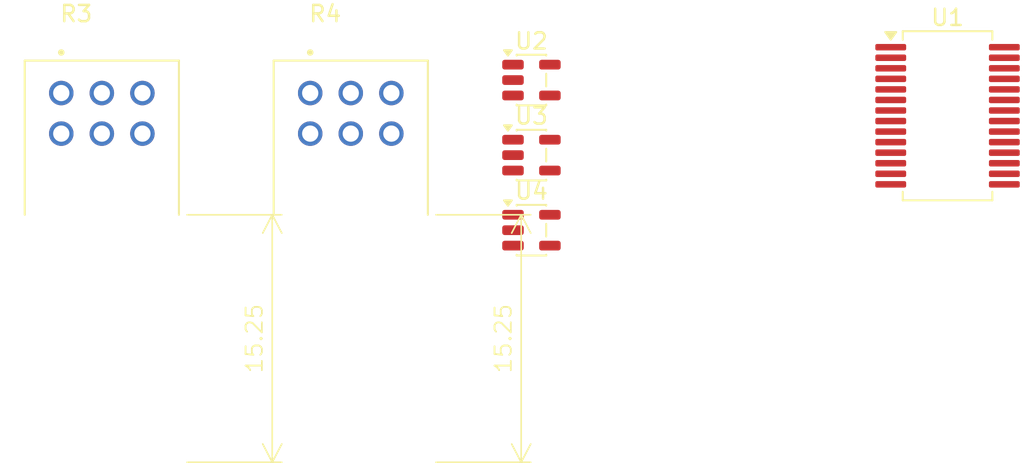
<source format=kicad_pcb>
(kicad_pcb (version 20241229) (generator "pcbnew") (generator_version "9.0")
  (layers (0 "F.Cu" signal) (2 "B.Cu" signal) (13 "F.Paste" user) (15 "B.Paste" user) (5 "F.SilkS" user "F.Silkscreen") (7 "B.SilkS" user "B.Silkscreen") (1 "F.Mask" user) (3 "B.Mask" user) (25 "Edge.Cuts" user))
  (net 0 "")
  (net 14 "GND")
  (footprint "Package_TO_SOT_SMD:SOT-23-5" (layer "F.Cu") (at 76.8625 45.55)
    (property "Reference" "U4" (at 0 -2.4 0) (layer "F.SilkS"))
    (property "Value" "SPX3819M5-L")
    (fp_line (start -0.91 -1.56) (end 0.91 -1.56) (stroke (width 0.12)) (layer "F.SilkS"))
    (fp_line (start -0.91 -1.51) (end -0.91 -1.56) (stroke (width 0.12)) (layer "F.SilkS"))
    (fp_line (start -0.91 1.56) (end -0.91 1.51) (stroke (width 0.12)) (layer "F.SilkS"))
    (fp_line (start 0.91 -1.56) (end 0.91 -1.51) (stroke (width 0.12)) (layer "F.SilkS"))
    (fp_line (start 0.91 -0.39) (end 0.91 0.39) (stroke (width 0.12)) (layer "F.SilkS"))
    (fp_line (start 0.91 1.51) (end 0.91 1.56) (stroke (width 0.12)) (layer "F.SilkS"))
    (fp_line (start 0.91 1.56) (end -0.91 1.56) (stroke (width 0.12)) (layer "F.SilkS"))
    (fp_poly (pts (xy -1.45 -1.51) (xy -1.69 -1.84) (xy -1.21 -1.84)) (stroke (width 0.12)) (fill yes) (layer "F.SilkS"))
    (pad "1" smd roundrect (at -1.1375 -0.95) (size 1.325 0.6) (layers "F.Cu" "F.Mask" "F.Paste"))
    (pad "2" smd roundrect (at -1.1375 0) (size 1.325 0.6) (layers "F.Cu" "F.Mask" "F.Paste"))
    (pad "3" smd roundrect (at -1.1375 0.95) (size 1.325 0.6) (layers "F.Cu" "F.Mask" "F.Paste"))
    (pad "4" smd roundrect (at 1.1375 0.95) (size 1.325 0.6) (layers "F.Cu" "F.Mask" "F.Paste"))
    (pad "5" smd roundrect (at 1.1375 -0.95) (size 1.325 0.6) (layers "F.Cu" "F.Mask" "F.Paste"))
  )
  (footprint "Package_SO:SSOP-28_5.3x10.2mm_P0.65mm" (layer "F.Cu") (at 102.5 38.5)
    (property "Reference" "U1" (at 0 -6.05 0) (layer "F.SilkS"))
    (property "Value" "PCM2906")
    (fp_line (start -2.76 -5.21) (end 2.76 -5.21) (stroke (width 0.12)) (layer "F.SilkS"))
    (fp_line (start -2.76 -4.685) (end -2.76 -5.21) (stroke (width 0.12)) (layer "F.SilkS"))
    (fp_line (start -2.76 5.21) (end -2.76 4.685) (stroke (width 0.12)) (layer "F.SilkS"))
    (fp_line (start 2.76 -5.21) (end 2.76 -4.685) (stroke (width 0.12)) (layer "F.SilkS"))
    (fp_line (start 2.76 4.685) (end 2.76 5.21) (stroke (width 0.12)) (layer "F.SilkS"))
    (fp_line (start 2.76 5.21) (end -2.76 5.21) (stroke (width 0.12)) (layer "F.SilkS"))
    (fp_poly (pts (xy -3.5 -4.69) (xy -3.84 -5.16) (xy -3.16 -5.16)) (stroke (width 0.12)) (fill yes) (layer "F.SilkS"))
    (pad "1" smd roundrect (at -3.5 -4.225) (size 1.9 0.4) (layers "F.Cu" "F.Mask" "F.Paste"))
    (pad "2" smd roundrect (at -3.5 -3.575) (size 1.9 0.4) (layers "F.Cu" "F.Mask" "F.Paste"))
    (pad "3" smd roundrect (at -3.5 -2.925) (size 1.9 0.4) (layers "F.Cu" "F.Mask" "F.Paste"))
    (pad "4" smd roundrect (at -3.5 -2.275) (size 1.9 0.4) (layers "F.Cu" "F.Mask" "F.Paste") (net 14 "GND"))
    (pad "5" smd roundrect (at -3.5 -1.625) (size 1.9 0.4) (layers "F.Cu" "F.Mask" "F.Paste"))
    (pad "6" smd roundrect (at -3.5 -0.975) (size 1.9 0.4) (layers "F.Cu" "F.Mask" "F.Paste"))
    (pad "7" smd roundrect (at -3.5 -0.325) (size 1.9 0.4) (layers "F.Cu" "F.Mask" "F.Paste"))
    (pad "8" smd roundrect (at -3.5 0.325) (size 1.9 0.4) (layers "F.Cu" "F.Mask" "F.Paste"))
    (pad "9" smd roundrect (at -3.5 0.975) (size 1.9 0.4) (layers "F.Cu" "F.Mask" "F.Paste"))
    (pad "10" smd roundrect (at -3.5 1.625) (size 1.9 0.4) (layers "F.Cu" "F.Mask" "F.Paste"))
    (pad "11" smd roundrect (at -3.5 2.275) (size 1.9 0.4) (layers "F.Cu" "F.Mask" "F.Paste") (net 14 "GND"))
    (pad "12" smd roundrect (at -3.5 2.925) (size 1.9 0.4) (layers "F.Cu" "F.Mask" "F.Paste"))
    (pad "13" smd roundrect (at -3.5 3.575) (size 1.9 0.4) (layers "F.Cu" "F.Mask" "F.Paste"))
    (pad "14" smd roundrect (at -3.5 4.225) (size 1.9 0.4) (layers "F.Cu" "F.Mask" "F.Paste"))
    (pad "15" smd roundrect (at 3.5 4.225) (size 1.9 0.4) (layers "F.Cu" "F.Mask" "F.Paste"))
    (pad "16" smd roundrect (at 3.5 3.575) (size 1.9 0.4) (layers "F.Cu" "F.Mask" "F.Paste"))
    (pad "17" smd roundrect (at 3.5 2.925) (size 1.9 0.4) (layers "F.Cu" "F.Mask" "F.Paste"))
    (pad "18" smd roundrect (at 3.5 2.275) (size 1.9 0.4) (layers "F.Cu" "F.Mask" "F.Paste") (net 14 "GND"))
    (pad "19" smd roundrect (at 3.5 1.625) (size 1.9 0.4) (layers "F.Cu" "F.Mask" "F.Paste"))
    (pad "20" smd roundrect (at 3.5 0.975) (size 1.9 0.4) (layers "F.Cu" "F.Mask" "F.Paste"))
    (pad "21" smd roundrect (at 3.5 0.325) (size 1.9 0.4) (layers "F.Cu" "F.Mask" "F.Paste"))
    (pad "22" smd roundrect (at 3.5 -0.325) (size 1.9 0.4) (layers "F.Cu" "F.Mask" "F.Paste") (net 14 "GND"))
    (pad "23" smd roundrect (at 3.5 -0.975) (size 1.9 0.4) (layers "F.Cu" "F.Mask" "F.Paste"))
    (pad "24" smd roundrect (at 3.5 -1.625) (size 1.9 0.4) (layers "F.Cu" "F.Mask" "F.Paste"))
    (pad "25" smd roundrect (at 3.5 -2.275) (size 1.9 0.4) (layers "F.Cu" "F.Mask" "F.Paste"))
    (pad "26" smd roundrect (at 3.5 -2.925) (size 1.9 0.4) (layers "F.Cu" "F.Mask" "F.Paste") (net 14 "GND"))
    (pad "27" smd roundrect (at 3.5 -3.575) (size 1.9 0.4) (layers "F.Cu" "F.Mask" "F.Paste"))
    (pad "28" smd roundrect (at 3.5 -4.225) (size 1.9 0.4) (layers "F.Cu" "F.Mask" "F.Paste"))
  )
  (footprint "Package_TO_SOT_SMD:SOT-23-5" (layer "F.Cu") (at 76.8625 36.3)
    (property "Reference" "U2" (at 0 -2.4 0) (layer "F.SilkS"))
    (property "Value" "TPS61040DBV")
    (fp_line (start -0.91 -1.56) (end 0.91 -1.56) (stroke (width 0.12)) (layer "F.SilkS"))
    (fp_line (start -0.91 -1.51) (end -0.91 -1.56) (stroke (width 0.12)) (layer "F.SilkS"))
    (fp_line (start -0.91 1.56) (end -0.91 1.51) (stroke (width 0.12)) (layer "F.SilkS"))
    (fp_line (start 0.91 -1.56) (end 0.91 -1.51) (stroke (width 0.12)) (layer "F.SilkS"))
    (fp_line (start 0.91 -0.39) (end 0.91 0.39) (stroke (width 0.12)) (layer "F.SilkS"))
    (fp_line (start 0.91 1.51) (end 0.91 1.56) (stroke (width 0.12)) (layer "F.SilkS"))
    (fp_line (start 0.91 1.56) (end -0.91 1.56) (stroke (width 0.12)) (layer "F.SilkS"))
    (fp_poly (pts (xy -1.45 -1.51) (xy -1.69 -1.84) (xy -1.21 -1.84)) (stroke (width 0.12)) (fill yes) (layer "F.SilkS"))
    (pad "1" smd roundrect (at -1.1375 -0.95) (size 1.325 0.6) (layers "F.Cu" "F.Mask" "F.Paste"))
    (pad "2" smd roundrect (at -1.1375 0) (size 1.325 0.6) (layers "F.Cu" "F.Mask" "F.Paste"))
    (pad "3" smd roundrect (at -1.1375 0.95) (size 1.325 0.6) (layers "F.Cu" "F.Mask" "F.Paste"))
    (pad "4" smd roundrect (at 1.1375 0.95) (size 1.325 0.6) (layers "F.Cu" "F.Mask" "F.Paste"))
    (pad "5" smd roundrect (at 1.1375 -0.95) (size 1.325 0.6) (layers "F.Cu" "F.Mask" "F.Paste"))
  )
  (footprint "PTN092-H20115K1A:TRIM_PTN092-H20115K1A" (layer "F.Cu") (at 50.3925 39.6)
    (property "Reference" "R3" (at -1.575 -7.385 0) (layer "F.SilkS"))
    (property "Value" "PTN092-H20115K1A")
    (fp_line (start -4.75 -4.5) (end -4.75 5) (stroke (width 0.127)) (layer "F.SilkS"))
    (fp_line (start 4.75 -4.5) (end -4.75 -4.5) (stroke (width 0.127)) (layer "F.SilkS"))
    (fp_line (start 4.75 5) (end 4.75 -4.5) (stroke (width 0.127)) (layer "F.SilkS"))
    (fp_circle (center -2.5 -5) (end -2.4 -5) (stroke (width 0.2)) (fill no) (layer "F.SilkS"))
    (dimension (type orthogonal) (layer "F.SilkS") (pts (xy 55.1425 44.6) (xy 55.1425 59.85)) (height 5.75) (orientation 1) (format (prefix "") (suffix "") (units 3) (units_format 0) (precision 4) (suppress_zeroes yes)) (style (thickness 0.1) (arrow_length 1.27) (text_position_mode 0) (arrow_direction outward) (extension_height 0.58642) (extension_offset 0.5) (keep_text_aligned yes)) (gr_text "15.25" (at 59.7925 52.225 90) (layer "F.SilkS") (effects (font (size 1 1) (thickness 0.1)))))
    (pad "1_1" thru_hole circle (at -2.5 -2.5) (size 1.508 1.508) (drill 1) (layers "*.Cu" "*.Mask"))
    (pad "1_2" thru_hole circle (at -2.5 0) (size 1.508 1.508) (drill 1) (layers "*.Cu" "*.Mask"))
    (pad "2_1" thru_hole circle (at 0 -2.5) (size 1.508 1.508) (drill 1) (layers "*.Cu" "*.Mask"))
    (pad "2_2" thru_hole circle (at 0 0) (size 1.508 1.508) (drill 1) (layers "*.Cu" "*.Mask"))
    (pad "3_1" thru_hole circle (at 2.5 -2.5) (size 1.508 1.508) (drill 1) (layers "*.Cu" "*.Mask"))
    (pad "3_2" thru_hole circle (at 2.5 0) (size 1.508 1.508) (drill 1) (layers "*.Cu" "*.Mask"))
  )
  (footprint "Package_TO_SOT_SMD:SOT-23-5" (layer "F.Cu") (at 76.8625 40.925)
    (property "Reference" "U3" (at 0 -2.4 0) (layer "F.SilkS"))
    (property "Value" "SPX3819M5-L")
    (fp_line (start -0.91 -1.56) (end 0.91 -1.56) (stroke (width 0.12)) (layer "F.SilkS"))
    (fp_line (start -0.91 -1.51) (end -0.91 -1.56) (stroke (width 0.12)) (layer "F.SilkS"))
    (fp_line (start -0.91 1.56) (end -0.91 1.51) (stroke (width 0.12)) (layer "F.SilkS"))
    (fp_line (start 0.91 -1.56) (end 0.91 -1.51) (stroke (width 0.12)) (layer "F.SilkS"))
    (fp_line (start 0.91 -0.39) (end 0.91 0.39) (stroke (width 0.12)) (layer "F.SilkS"))
    (fp_line (start 0.91 1.51) (end 0.91 1.56) (stroke (width 0.12)) (layer "F.SilkS"))
    (fp_line (start 0.91 1.56) (end -0.91 1.56) (stroke (width 0.12)) (layer "F.SilkS"))
    (fp_poly (pts (xy -1.45 -1.51) (xy -1.69 -1.84) (xy -1.21 -1.84)) (stroke (width 0.12)) (fill yes) (layer "F.SilkS"))
    (pad "1" smd roundrect (at -1.1375 -0.95) (size 1.325 0.6) (layers "F.Cu" "F.Mask" "F.Paste"))
    (pad "2" smd roundrect (at -1.1375 0) (size 1.325 0.6) (layers "F.Cu" "F.Mask" "F.Paste"))
    (pad "3" smd roundrect (at -1.1375 0.95) (size 1.325 0.6) (layers "F.Cu" "F.Mask" "F.Paste"))
    (pad "4" smd roundrect (at 1.1375 0.95) (size 1.325 0.6) (layers "F.Cu" "F.Mask" "F.Paste"))
    (pad "5" smd roundrect (at 1.1375 -0.95) (size 1.325 0.6) (layers "F.Cu" "F.Mask" "F.Paste"))
  )
  (footprint "PTN092-H20115K1A:TRIM_PTN092-H20115K1A" (layer "F.Cu") (at 65.731 39.6)
    (property "Reference" "R4" (at -1.575 -7.385 0) (layer "F.SilkS"))
    (property "Value" "PTN092-H20115K1A")
    (fp_line (start -4.75 -4.5) (end -4.75 5) (stroke (width 0.127)) (layer "F.SilkS"))
    (fp_line (start 4.75 -4.5) (end -4.75 -4.5) (stroke (width 0.127)) (layer "F.SilkS"))
    (fp_line (start 4.75 5) (end 4.75 -4.5) (stroke (width 0.127)) (layer "F.SilkS"))
    (fp_circle (center -2.5 -5) (end -2.4 -5) (stroke (width 0.2)) (fill no) (layer "F.SilkS"))
    (dimension (type orthogonal) (layer "F.SilkS") (pts (xy 70.481 44.6) (xy 70.481 59.85)) (height 5.75) (orientation 1) (format (prefix "") (suffix "") (units 3) (units_format 0) (precision 4) (suppress_zeroes yes)) (style (thickness 0.1) (arrow_length 1.27) (text_position_mode 0) (arrow_direction outward) (extension_height 0.58642) (extension_offset 0.5) (keep_text_aligned yes)) (gr_text "15.25" (at 75.131 52.225 90) (layer "F.SilkS") (effects (font (size 1 1) (thickness 0.1)))))
    (pad "1_1" thru_hole circle (at -2.5 -2.5) (size 1.508 1.508) (drill 1) (layers "*.Cu" "*.Mask"))
    (pad "1_2" thru_hole circle (at -2.5 0) (size 1.508 1.508) (drill 1) (layers "*.Cu" "*.Mask"))
    (pad "2_1" thru_hole circle (at 0 -2.5) (size 1.508 1.508) (drill 1) (layers "*.Cu" "*.Mask"))
    (pad "2_2" thru_hole circle (at 0 0) (size 1.508 1.508) (drill 1) (layers "*.Cu" "*.Mask"))
    (pad "3_1" thru_hole circle (at 2.5 -2.5) (size 1.508 1.508) (drill 1) (layers "*.Cu" "*.Mask"))
    (pad "3_2" thru_hole circle (at 2.5 0) (size 1.508 1.508) (drill 1) (layers "*.Cu" "*.Mask"))
  )
)
</source>
